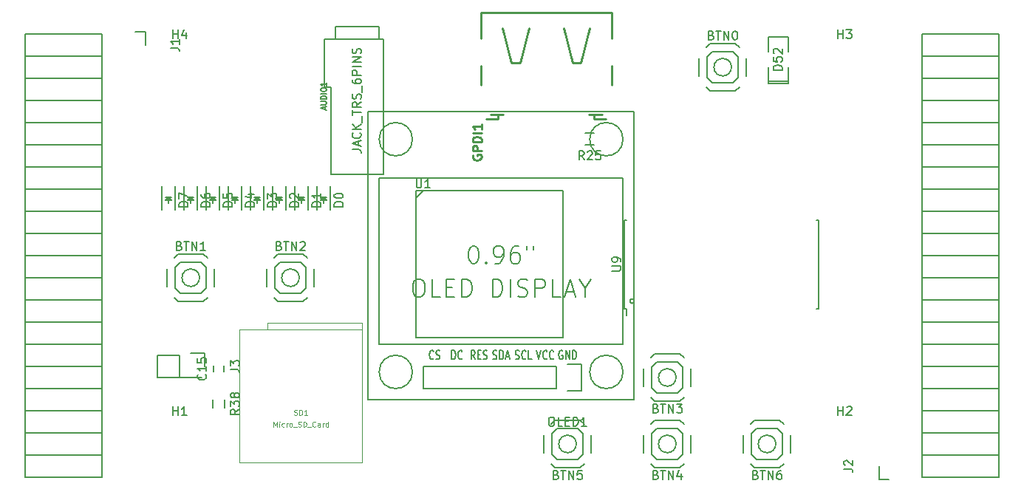
<source format=gto>
G04 #@! TF.FileFunction,Legend,Top*
%FSLAX46Y46*%
G04 Gerber Fmt 4.6, Leading zero omitted, Abs format (unit mm)*
G04 Created by KiCad (PCBNEW 4.0.5+dfsg1-4) date Fri May  5 13:46:42 2017*
%MOMM*%
%LPD*%
G01*
G04 APERTURE LIST*
%ADD10C,0.100000*%
%ADD11C,0.150000*%
%ADD12C,0.010160*%
%ADD13C,0.152400*%
%ADD14C,0.254000*%
%ADD15C,0.124460*%
G04 APERTURE END LIST*
D10*
D11*
X130080000Y-96200000D02*
X146880000Y-96200000D01*
X146880000Y-96200000D02*
X146880000Y-79400000D01*
X146880000Y-79400000D02*
X130080000Y-79400000D01*
X130080000Y-79400000D02*
X130080000Y-96200000D01*
X130880000Y-79400000D02*
X130080000Y-80200000D01*
X170427000Y-66881000D02*
X170427000Y-67135000D01*
X170427000Y-67135000D02*
X172713000Y-67135000D01*
X172713000Y-67135000D02*
X172713000Y-66881000D01*
X170427000Y-66881000D02*
X172713000Y-66881000D01*
X172713000Y-66881000D02*
X172713000Y-65230000D01*
X170427000Y-63452000D02*
X170427000Y-61801000D01*
X170427000Y-61801000D02*
X172713000Y-61801000D01*
X172713000Y-61801000D02*
X172713000Y-63452000D01*
X170427000Y-65230000D02*
X170427000Y-66881000D01*
D12*
X113070000Y-95320000D02*
X113070000Y-94520000D01*
X113070000Y-94520000D02*
X123870000Y-94520000D01*
X123870000Y-94520000D02*
X123870000Y-95320000D01*
X109870000Y-110520000D02*
X109870000Y-95320000D01*
X109870000Y-95320000D02*
X123870000Y-95320000D01*
X123870000Y-95320000D02*
X123870000Y-110520000D01*
X123870000Y-110520000D02*
X109870000Y-110520000D01*
D11*
X105260000Y-89360000D02*
G75*
G03X105260000Y-89360000I-1000000J0D01*
G01*
X103060000Y-87560000D02*
X105460000Y-87560000D01*
X102460000Y-88160000D02*
X103060000Y-87560000D01*
X102460000Y-90560000D02*
X102460000Y-88160000D01*
X103060000Y-91160000D02*
X102460000Y-90560000D01*
X105460000Y-91160000D02*
X103060000Y-91160000D01*
X106060000Y-90560000D02*
X105460000Y-91160000D01*
X106060000Y-88160000D02*
X106060000Y-90560000D01*
X105460000Y-87560000D02*
X106060000Y-88160000D01*
X102810000Y-86660000D02*
X105710000Y-86660000D01*
X102360000Y-87110000D02*
X102810000Y-86660000D01*
X101560000Y-90360000D02*
X101560000Y-88360000D01*
X102810000Y-92060000D02*
X102360000Y-91610000D01*
X105710000Y-92060000D02*
X102810000Y-92060000D01*
X106160000Y-91610000D02*
X105710000Y-92060000D01*
X106960000Y-88360000D02*
X106960000Y-90360000D01*
X105710000Y-86660000D02*
X106160000Y-87110000D01*
X116690000Y-89360000D02*
G75*
G03X116690000Y-89360000I-1000000J0D01*
G01*
X114490000Y-87560000D02*
X116890000Y-87560000D01*
X113890000Y-88160000D02*
X114490000Y-87560000D01*
X113890000Y-90560000D02*
X113890000Y-88160000D01*
X114490000Y-91160000D02*
X113890000Y-90560000D01*
X116890000Y-91160000D02*
X114490000Y-91160000D01*
X117490000Y-90560000D02*
X116890000Y-91160000D01*
X117490000Y-88160000D02*
X117490000Y-90560000D01*
X116890000Y-87560000D02*
X117490000Y-88160000D01*
X114240000Y-86660000D02*
X117140000Y-86660000D01*
X113790000Y-87110000D02*
X114240000Y-86660000D01*
X112990000Y-90360000D02*
X112990000Y-88360000D01*
X114240000Y-92060000D02*
X113790000Y-91610000D01*
X117140000Y-92060000D02*
X114240000Y-92060000D01*
X117590000Y-91610000D02*
X117140000Y-92060000D01*
X118390000Y-88360000D02*
X118390000Y-90360000D01*
X117140000Y-86660000D02*
X117590000Y-87110000D01*
X159870000Y-100790000D02*
G75*
G03X159870000Y-100790000I-1000000J0D01*
G01*
X160070000Y-102590000D02*
X157670000Y-102590000D01*
X160670000Y-101990000D02*
X160070000Y-102590000D01*
X160670000Y-99590000D02*
X160670000Y-101990000D01*
X160070000Y-98990000D02*
X160670000Y-99590000D01*
X157670000Y-98990000D02*
X160070000Y-98990000D01*
X157070000Y-99590000D02*
X157670000Y-98990000D01*
X157070000Y-101990000D02*
X157070000Y-99590000D01*
X157670000Y-102590000D02*
X157070000Y-101990000D01*
X160320000Y-103490000D02*
X157420000Y-103490000D01*
X160770000Y-103040000D02*
X160320000Y-103490000D01*
X161570000Y-99790000D02*
X161570000Y-101790000D01*
X160320000Y-98090000D02*
X160770000Y-98540000D01*
X157420000Y-98090000D02*
X160320000Y-98090000D01*
X156970000Y-98540000D02*
X157420000Y-98090000D01*
X156170000Y-101790000D02*
X156170000Y-99790000D01*
X157420000Y-103490000D02*
X156970000Y-103040000D01*
X159870000Y-108410000D02*
G75*
G03X159870000Y-108410000I-1000000J0D01*
G01*
X160070000Y-110210000D02*
X157670000Y-110210000D01*
X160670000Y-109610000D02*
X160070000Y-110210000D01*
X160670000Y-107210000D02*
X160670000Y-109610000D01*
X160070000Y-106610000D02*
X160670000Y-107210000D01*
X157670000Y-106610000D02*
X160070000Y-106610000D01*
X157070000Y-107210000D02*
X157670000Y-106610000D01*
X157070000Y-109610000D02*
X157070000Y-107210000D01*
X157670000Y-110210000D02*
X157070000Y-109610000D01*
X160320000Y-111110000D02*
X157420000Y-111110000D01*
X160770000Y-110660000D02*
X160320000Y-111110000D01*
X161570000Y-107410000D02*
X161570000Y-109410000D01*
X160320000Y-105710000D02*
X160770000Y-106160000D01*
X157420000Y-105710000D02*
X160320000Y-105710000D01*
X156970000Y-106160000D02*
X157420000Y-105710000D01*
X156170000Y-109410000D02*
X156170000Y-107410000D01*
X157420000Y-111110000D02*
X156970000Y-110660000D01*
X148440000Y-108410000D02*
G75*
G03X148440000Y-108410000I-1000000J0D01*
G01*
X148640000Y-110210000D02*
X146240000Y-110210000D01*
X149240000Y-109610000D02*
X148640000Y-110210000D01*
X149240000Y-107210000D02*
X149240000Y-109610000D01*
X148640000Y-106610000D02*
X149240000Y-107210000D01*
X146240000Y-106610000D02*
X148640000Y-106610000D01*
X145640000Y-107210000D02*
X146240000Y-106610000D01*
X145640000Y-109610000D02*
X145640000Y-107210000D01*
X146240000Y-110210000D02*
X145640000Y-109610000D01*
X148890000Y-111110000D02*
X145990000Y-111110000D01*
X149340000Y-110660000D02*
X148890000Y-111110000D01*
X150140000Y-107410000D02*
X150140000Y-109410000D01*
X148890000Y-105710000D02*
X149340000Y-106160000D01*
X145990000Y-105710000D02*
X148890000Y-105710000D01*
X145540000Y-106160000D02*
X145990000Y-105710000D01*
X144740000Y-109410000D02*
X144740000Y-107410000D01*
X145990000Y-111110000D02*
X145540000Y-110660000D01*
X171300000Y-108410000D02*
G75*
G03X171300000Y-108410000I-1000000J0D01*
G01*
X171500000Y-110210000D02*
X169100000Y-110210000D01*
X172100000Y-109610000D02*
X171500000Y-110210000D01*
X172100000Y-107210000D02*
X172100000Y-109610000D01*
X171500000Y-106610000D02*
X172100000Y-107210000D01*
X169100000Y-106610000D02*
X171500000Y-106610000D01*
X168500000Y-107210000D02*
X169100000Y-106610000D01*
X168500000Y-109610000D02*
X168500000Y-107210000D01*
X169100000Y-110210000D02*
X168500000Y-109610000D01*
X171750000Y-111110000D02*
X168850000Y-111110000D01*
X172200000Y-110660000D02*
X171750000Y-111110000D01*
X173000000Y-107410000D02*
X173000000Y-109410000D01*
X171750000Y-105710000D02*
X172200000Y-106160000D01*
X168850000Y-105710000D02*
X171750000Y-105710000D01*
X168400000Y-106160000D02*
X168850000Y-105710000D01*
X167600000Y-109410000D02*
X167600000Y-107410000D01*
X168850000Y-111110000D02*
X168400000Y-110660000D01*
X118750000Y-78870000D02*
X118750000Y-81570000D01*
X120250000Y-78870000D02*
X120250000Y-81570000D01*
X119350000Y-80370000D02*
X119600000Y-80370000D01*
X119600000Y-80370000D02*
X119450000Y-80220000D01*
X119850000Y-80120000D02*
X119150000Y-80120000D01*
X119500000Y-80470000D02*
X119500000Y-80820000D01*
X119500000Y-80120000D02*
X119850000Y-80470000D01*
X119850000Y-80470000D02*
X119150000Y-80470000D01*
X119150000Y-80470000D02*
X119500000Y-80120000D01*
X116210000Y-78870000D02*
X116210000Y-81570000D01*
X117710000Y-78870000D02*
X117710000Y-81570000D01*
X116810000Y-80370000D02*
X117060000Y-80370000D01*
X117060000Y-80370000D02*
X116910000Y-80220000D01*
X117310000Y-80120000D02*
X116610000Y-80120000D01*
X116960000Y-80470000D02*
X116960000Y-80820000D01*
X116960000Y-80120000D02*
X117310000Y-80470000D01*
X117310000Y-80470000D02*
X116610000Y-80470000D01*
X116610000Y-80470000D02*
X116960000Y-80120000D01*
X113670000Y-78870000D02*
X113670000Y-81570000D01*
X115170000Y-78870000D02*
X115170000Y-81570000D01*
X114270000Y-80370000D02*
X114520000Y-80370000D01*
X114520000Y-80370000D02*
X114370000Y-80220000D01*
X114770000Y-80120000D02*
X114070000Y-80120000D01*
X114420000Y-80470000D02*
X114420000Y-80820000D01*
X114420000Y-80120000D02*
X114770000Y-80470000D01*
X114770000Y-80470000D02*
X114070000Y-80470000D01*
X114070000Y-80470000D02*
X114420000Y-80120000D01*
X111130000Y-78870000D02*
X111130000Y-81570000D01*
X112630000Y-78870000D02*
X112630000Y-81570000D01*
X111730000Y-80370000D02*
X111980000Y-80370000D01*
X111980000Y-80370000D02*
X111830000Y-80220000D01*
X112230000Y-80120000D02*
X111530000Y-80120000D01*
X111880000Y-80470000D02*
X111880000Y-80820000D01*
X111880000Y-80120000D02*
X112230000Y-80470000D01*
X112230000Y-80470000D02*
X111530000Y-80470000D01*
X111530000Y-80470000D02*
X111880000Y-80120000D01*
X108590000Y-78870000D02*
X108590000Y-81570000D01*
X110090000Y-78870000D02*
X110090000Y-81570000D01*
X109190000Y-80370000D02*
X109440000Y-80370000D01*
X109440000Y-80370000D02*
X109290000Y-80220000D01*
X109690000Y-80120000D02*
X108990000Y-80120000D01*
X109340000Y-80470000D02*
X109340000Y-80820000D01*
X109340000Y-80120000D02*
X109690000Y-80470000D01*
X109690000Y-80470000D02*
X108990000Y-80470000D01*
X108990000Y-80470000D02*
X109340000Y-80120000D01*
X106050000Y-78870000D02*
X106050000Y-81570000D01*
X107550000Y-78870000D02*
X107550000Y-81570000D01*
X106650000Y-80370000D02*
X106900000Y-80370000D01*
X106900000Y-80370000D02*
X106750000Y-80220000D01*
X107150000Y-80120000D02*
X106450000Y-80120000D01*
X106800000Y-80470000D02*
X106800000Y-80820000D01*
X106800000Y-80120000D02*
X107150000Y-80470000D01*
X107150000Y-80470000D02*
X106450000Y-80470000D01*
X106450000Y-80470000D02*
X106800000Y-80120000D01*
X103510000Y-78870000D02*
X103510000Y-81570000D01*
X105010000Y-78870000D02*
X105010000Y-81570000D01*
X104110000Y-80370000D02*
X104360000Y-80370000D01*
X104360000Y-80370000D02*
X104210000Y-80220000D01*
X104610000Y-80120000D02*
X103910000Y-80120000D01*
X104260000Y-80470000D02*
X104260000Y-80820000D01*
X104260000Y-80120000D02*
X104610000Y-80470000D01*
X104610000Y-80470000D02*
X103910000Y-80470000D01*
X103910000Y-80470000D02*
X104260000Y-80120000D01*
X100970000Y-78870000D02*
X100970000Y-81570000D01*
X102470000Y-78870000D02*
X102470000Y-81570000D01*
X101570000Y-80370000D02*
X101820000Y-80370000D01*
X101820000Y-80370000D02*
X101670000Y-80220000D01*
X102070000Y-80120000D02*
X101370000Y-80120000D01*
X101720000Y-80470000D02*
X101720000Y-80820000D01*
X101720000Y-80120000D02*
X102070000Y-80470000D01*
X102070000Y-80470000D02*
X101370000Y-80470000D01*
X101370000Y-80470000D02*
X101720000Y-80120000D01*
D13*
X120310000Y-77540000D02*
X120310000Y-67540000D01*
X120310000Y-67540000D02*
X119610000Y-67540000D01*
X119610000Y-67540000D02*
X119610000Y-62040000D01*
X126310000Y-77540000D02*
X120310000Y-77540000D01*
X126310000Y-62040000D02*
X126310000Y-77540000D01*
X126310000Y-62040000D02*
X119610000Y-62040000D01*
X125810000Y-62040000D02*
X125810000Y-60540000D01*
X125810000Y-60540000D02*
X120810000Y-60540000D01*
X120810000Y-60540000D02*
X120810000Y-62040000D01*
D11*
X176180000Y-92880000D02*
X175980000Y-92880000D01*
X176180000Y-82720000D02*
X175980000Y-82720000D01*
X155080000Y-92050000D02*
G75*
G03X155080000Y-92050000I-250000J0D01*
G01*
X154180000Y-92880000D02*
X154180000Y-93700000D01*
X153980000Y-92880000D02*
X154180000Y-92880000D01*
X153980000Y-82720000D02*
X154180000Y-82720000D01*
X176190000Y-82720000D02*
X176190000Y-92880000D01*
X153970000Y-92880000D02*
X153970000Y-82720000D01*
D14*
X151378260Y-70648160D02*
X150479100Y-70648160D01*
X150479100Y-70648160D02*
X149879660Y-70648160D01*
X140080340Y-70648160D02*
X139480900Y-70648160D01*
X139480900Y-70648160D02*
X138581740Y-70648160D01*
X137481920Y-67249640D02*
X137481920Y-65098260D01*
X137481920Y-61900400D02*
X137481920Y-58992100D01*
X137481920Y-58992100D02*
X152478080Y-58992100D01*
X152478080Y-58992100D02*
X152478080Y-61900400D01*
X152478080Y-65098260D02*
X152478080Y-67249640D01*
X138106760Y-71148540D02*
X139480900Y-71148540D01*
X139480900Y-71148540D02*
X139480900Y-70648160D01*
X150479100Y-70648160D02*
X150479100Y-71148540D01*
X150479100Y-71148540D02*
X151865940Y-71148540D01*
X142981020Y-60732000D02*
X141980260Y-64732500D01*
X141980260Y-64732500D02*
X140982040Y-64732500D01*
X140982040Y-64732500D02*
X139981280Y-60732000D01*
X146978980Y-60732000D02*
X147979740Y-64732500D01*
X147979740Y-64732500D02*
X148977960Y-64732500D01*
X148977960Y-64732500D02*
X149978720Y-60732000D01*
D11*
X85270000Y-112220000D02*
X94100000Y-112220000D01*
X85270000Y-109680000D02*
X85270000Y-112220000D01*
X94100000Y-109680000D02*
X94100000Y-112220000D01*
X94100000Y-112220000D02*
X85270000Y-112220000D01*
X94100000Y-109680000D02*
X85270000Y-109680000D01*
X94100000Y-107140000D02*
X94100000Y-109680000D01*
X85270000Y-107140000D02*
X85270000Y-109680000D01*
X85270000Y-109680000D02*
X94100000Y-109680000D01*
X85270000Y-91900000D02*
X94100000Y-91900000D01*
X85270000Y-89360000D02*
X85270000Y-91900000D01*
X94100000Y-89360000D02*
X94100000Y-91900000D01*
X94100000Y-91900000D02*
X85270000Y-91900000D01*
X94100000Y-94440000D02*
X85270000Y-94440000D01*
X94100000Y-91900000D02*
X94100000Y-94440000D01*
X85270000Y-91900000D02*
X85270000Y-94440000D01*
X85270000Y-94440000D02*
X94100000Y-94440000D01*
X85270000Y-107140000D02*
X94100000Y-107140000D01*
X85270000Y-104600000D02*
X85270000Y-107140000D01*
X94100000Y-104600000D02*
X94100000Y-107140000D01*
X94100000Y-107140000D02*
X85270000Y-107140000D01*
X94100000Y-104600000D02*
X85270000Y-104600000D01*
X94100000Y-102060000D02*
X94100000Y-104600000D01*
X85270000Y-102060000D02*
X85270000Y-104600000D01*
X85270000Y-104600000D02*
X94100000Y-104600000D01*
X85270000Y-102060000D02*
X94100000Y-102060000D01*
X85270000Y-99520000D02*
X85270000Y-102060000D01*
X94100000Y-99520000D02*
X94100000Y-102060000D01*
X94100000Y-102060000D02*
X85270000Y-102060000D01*
X94100000Y-99520000D02*
X85270000Y-99520000D01*
X94100000Y-96980000D02*
X94100000Y-99520000D01*
X85270000Y-96980000D02*
X85270000Y-99520000D01*
X85270000Y-99520000D02*
X94100000Y-99520000D01*
X85270000Y-96980000D02*
X94100000Y-96980000D01*
X85270000Y-94440000D02*
X85270000Y-96980000D01*
X94100000Y-94440000D02*
X94100000Y-96980000D01*
X94100000Y-96980000D02*
X85270000Y-96980000D01*
X94100000Y-79200000D02*
X85270000Y-79200000D01*
X94100000Y-76660000D02*
X94100000Y-79200000D01*
X85270000Y-76660000D02*
X85270000Y-79200000D01*
X85270000Y-79200000D02*
X94100000Y-79200000D01*
X85270000Y-81740000D02*
X94100000Y-81740000D01*
X85270000Y-79200000D02*
X85270000Y-81740000D01*
X94100000Y-79200000D02*
X94100000Y-81740000D01*
X94100000Y-81740000D02*
X85270000Y-81740000D01*
X94100000Y-84280000D02*
X85270000Y-84280000D01*
X94100000Y-81740000D02*
X94100000Y-84280000D01*
X85270000Y-81740000D02*
X85270000Y-84280000D01*
X85270000Y-84280000D02*
X94100000Y-84280000D01*
X85270000Y-86820000D02*
X94100000Y-86820000D01*
X85270000Y-84280000D02*
X85270000Y-86820000D01*
X94100000Y-84280000D02*
X94100000Y-86820000D01*
X94100000Y-86820000D02*
X85270000Y-86820000D01*
X94100000Y-89360000D02*
X85270000Y-89360000D01*
X94100000Y-86820000D02*
X94100000Y-89360000D01*
X85270000Y-86820000D02*
X85270000Y-89360000D01*
X85270000Y-89360000D02*
X94100000Y-89360000D01*
X85270000Y-76660000D02*
X94100000Y-76660000D01*
X85270000Y-74120000D02*
X85270000Y-76660000D01*
X94100000Y-74120000D02*
X94100000Y-76660000D01*
X94100000Y-76660000D02*
X85270000Y-76660000D01*
X94100000Y-74120000D02*
X85270000Y-74120000D01*
X94100000Y-71580000D02*
X94100000Y-74120000D01*
X85270000Y-71580000D02*
X85270000Y-74120000D01*
X85270000Y-74120000D02*
X94100000Y-74120000D01*
X85270000Y-71580000D02*
X94100000Y-71580000D01*
X85270000Y-69040000D02*
X85270000Y-71580000D01*
X94100000Y-69040000D02*
X94100000Y-71580000D01*
X94100000Y-71580000D02*
X85270000Y-71580000D01*
X94100000Y-69040000D02*
X85270000Y-69040000D01*
X94100000Y-66500000D02*
X94100000Y-69040000D01*
X85270000Y-66500000D02*
X85270000Y-69040000D01*
X85270000Y-69040000D02*
X94100000Y-69040000D01*
X85270000Y-66500000D02*
X94100000Y-66500000D01*
X85270000Y-63960000D02*
X85270000Y-66500000D01*
X94100000Y-63960000D02*
X94100000Y-66500000D01*
X94100000Y-66500000D02*
X85270000Y-66500000D01*
X94100000Y-63960000D02*
X85270000Y-63960000D01*
X94100000Y-61420000D02*
X94100000Y-63960000D01*
X99060000Y-62690000D02*
X99060000Y-61140000D01*
X99060000Y-61140000D02*
X97910000Y-61140000D01*
X94100000Y-61420000D02*
X85270000Y-61420000D01*
X85270000Y-61420000D02*
X85270000Y-63960000D01*
X85270000Y-63960000D02*
X94100000Y-63960000D01*
X196910000Y-61420000D02*
X188080000Y-61420000D01*
X196910000Y-63960000D02*
X196910000Y-61420000D01*
X188080000Y-63960000D02*
X188080000Y-61420000D01*
X188080000Y-61420000D02*
X196910000Y-61420000D01*
X188080000Y-63960000D02*
X196910000Y-63960000D01*
X188080000Y-66500000D02*
X188080000Y-63960000D01*
X196910000Y-66500000D02*
X196910000Y-63960000D01*
X196910000Y-63960000D02*
X188080000Y-63960000D01*
X196910000Y-81740000D02*
X188080000Y-81740000D01*
X196910000Y-84280000D02*
X196910000Y-81740000D01*
X188080000Y-84280000D02*
X188080000Y-81740000D01*
X188080000Y-81740000D02*
X196910000Y-81740000D01*
X188080000Y-79200000D02*
X196910000Y-79200000D01*
X188080000Y-81740000D02*
X188080000Y-79200000D01*
X196910000Y-81740000D02*
X196910000Y-79200000D01*
X196910000Y-79200000D02*
X188080000Y-79200000D01*
X196910000Y-66500000D02*
X188080000Y-66500000D01*
X196910000Y-69040000D02*
X196910000Y-66500000D01*
X188080000Y-69040000D02*
X188080000Y-66500000D01*
X188080000Y-66500000D02*
X196910000Y-66500000D01*
X188080000Y-69040000D02*
X196910000Y-69040000D01*
X188080000Y-71580000D02*
X188080000Y-69040000D01*
X196910000Y-71580000D02*
X196910000Y-69040000D01*
X196910000Y-69040000D02*
X188080000Y-69040000D01*
X196910000Y-71580000D02*
X188080000Y-71580000D01*
X196910000Y-74120000D02*
X196910000Y-71580000D01*
X188080000Y-74120000D02*
X188080000Y-71580000D01*
X188080000Y-71580000D02*
X196910000Y-71580000D01*
X188080000Y-74120000D02*
X196910000Y-74120000D01*
X188080000Y-76660000D02*
X188080000Y-74120000D01*
X196910000Y-76660000D02*
X196910000Y-74120000D01*
X196910000Y-74120000D02*
X188080000Y-74120000D01*
X196910000Y-76660000D02*
X188080000Y-76660000D01*
X196910000Y-79200000D02*
X196910000Y-76660000D01*
X188080000Y-79200000D02*
X188080000Y-76660000D01*
X188080000Y-76660000D02*
X196910000Y-76660000D01*
X188080000Y-94440000D02*
X196910000Y-94440000D01*
X188080000Y-96980000D02*
X188080000Y-94440000D01*
X196910000Y-96980000D02*
X196910000Y-94440000D01*
X196910000Y-94440000D02*
X188080000Y-94440000D01*
X196910000Y-91900000D02*
X188080000Y-91900000D01*
X196910000Y-94440000D02*
X196910000Y-91900000D01*
X188080000Y-94440000D02*
X188080000Y-91900000D01*
X188080000Y-91900000D02*
X196910000Y-91900000D01*
X188080000Y-89360000D02*
X196910000Y-89360000D01*
X188080000Y-91900000D02*
X188080000Y-89360000D01*
X196910000Y-91900000D02*
X196910000Y-89360000D01*
X196910000Y-89360000D02*
X188080000Y-89360000D01*
X196910000Y-86820000D02*
X188080000Y-86820000D01*
X196910000Y-89360000D02*
X196910000Y-86820000D01*
X188080000Y-89360000D02*
X188080000Y-86820000D01*
X188080000Y-86820000D02*
X196910000Y-86820000D01*
X188080000Y-84280000D02*
X196910000Y-84280000D01*
X188080000Y-86820000D02*
X188080000Y-84280000D01*
X196910000Y-86820000D02*
X196910000Y-84280000D01*
X196910000Y-84280000D02*
X188080000Y-84280000D01*
X196910000Y-96980000D02*
X188080000Y-96980000D01*
X196910000Y-99520000D02*
X196910000Y-96980000D01*
X188080000Y-99520000D02*
X188080000Y-96980000D01*
X188080000Y-96980000D02*
X196910000Y-96980000D01*
X188080000Y-99520000D02*
X196910000Y-99520000D01*
X188080000Y-102060000D02*
X188080000Y-99520000D01*
X196910000Y-102060000D02*
X196910000Y-99520000D01*
X196910000Y-99520000D02*
X188080000Y-99520000D01*
X196910000Y-102060000D02*
X188080000Y-102060000D01*
X196910000Y-104600000D02*
X196910000Y-102060000D01*
X188080000Y-104600000D02*
X188080000Y-102060000D01*
X188080000Y-102060000D02*
X196910000Y-102060000D01*
X188080000Y-104600000D02*
X196910000Y-104600000D01*
X188080000Y-107140000D02*
X188080000Y-104600000D01*
X196910000Y-107140000D02*
X196910000Y-104600000D01*
X196910000Y-104600000D02*
X188080000Y-104600000D01*
X196910000Y-107140000D02*
X188080000Y-107140000D01*
X196910000Y-109680000D02*
X196910000Y-107140000D01*
X188080000Y-109680000D02*
X188080000Y-107140000D01*
X188080000Y-107140000D02*
X196910000Y-107140000D01*
X188080000Y-109680000D02*
X196910000Y-109680000D01*
X188080000Y-112220000D02*
X188080000Y-109680000D01*
X183120000Y-110950000D02*
X183120000Y-112500000D01*
X183120000Y-112500000D02*
X184270000Y-112500000D01*
X188080000Y-112220000D02*
X196910000Y-112220000D01*
X196910000Y-112220000D02*
X196910000Y-109680000D01*
X196910000Y-109680000D02*
X188080000Y-109680000D01*
X166220000Y-65230000D02*
G75*
G03X166220000Y-65230000I-1000000J0D01*
G01*
X164020000Y-63430000D02*
X166420000Y-63430000D01*
X163420000Y-64030000D02*
X164020000Y-63430000D01*
X163420000Y-66430000D02*
X163420000Y-64030000D01*
X164020000Y-67030000D02*
X163420000Y-66430000D01*
X166420000Y-67030000D02*
X164020000Y-67030000D01*
X167020000Y-66430000D02*
X166420000Y-67030000D01*
X167020000Y-64030000D02*
X167020000Y-66430000D01*
X166420000Y-63430000D02*
X167020000Y-64030000D01*
X163770000Y-62530000D02*
X166670000Y-62530000D01*
X163320000Y-62980000D02*
X163770000Y-62530000D01*
X162520000Y-66230000D02*
X162520000Y-64230000D01*
X163770000Y-67930000D02*
X163320000Y-67480000D01*
X166670000Y-67930000D02*
X163770000Y-67930000D01*
X167120000Y-67480000D02*
X166670000Y-67930000D01*
X167920000Y-64230000D02*
X167920000Y-66230000D01*
X166670000Y-62530000D02*
X167120000Y-62980000D01*
X149480000Y-72810000D02*
X150480000Y-72810000D01*
X150480000Y-74160000D02*
X149480000Y-74160000D01*
X105810000Y-99520000D02*
X105810000Y-97970000D01*
X102990000Y-100790000D02*
X105530000Y-100790000D01*
X105810000Y-97970000D02*
X104260000Y-97970000D01*
X100450000Y-100790000D02*
X102990000Y-100790000D01*
X102990000Y-100790000D02*
X102990000Y-98250000D01*
X102990000Y-98250000D02*
X100450000Y-98250000D01*
X100450000Y-98250000D02*
X100450000Y-100790000D01*
X153790000Y-73485000D02*
G75*
G03X153790000Y-73485000I-1905000J0D01*
G01*
X129660000Y-73485000D02*
G75*
G03X129660000Y-73485000I-1905000J0D01*
G01*
X129660000Y-100155000D02*
G75*
G03X129660000Y-100155000I-1905000J0D01*
G01*
X153790000Y-100155000D02*
G75*
G03X153790000Y-100155000I-1905000J0D01*
G01*
X153790000Y-77930000D02*
X153790000Y-96980000D01*
X125850000Y-77930000D02*
X153790000Y-77930000D01*
X125850000Y-96980000D02*
X125850000Y-77930000D01*
X153790000Y-96980000D02*
X125850000Y-96980000D01*
X155060000Y-70310000D02*
X155060000Y-103330000D01*
X124580000Y-70310000D02*
X155060000Y-70310000D01*
X124580000Y-103330000D02*
X124580000Y-70310000D01*
X155060000Y-103330000D02*
X124580000Y-103330000D01*
X146170000Y-99520000D02*
X130930000Y-99520000D01*
X130930000Y-99520000D02*
X130930000Y-102060000D01*
X130930000Y-102060000D02*
X146170000Y-102060000D01*
X148990000Y-99240000D02*
X147440000Y-99240000D01*
X146170000Y-99520000D02*
X146170000Y-102060000D01*
X147440000Y-102340000D02*
X148990000Y-102340000D01*
X148990000Y-102340000D02*
X148990000Y-99240000D01*
X106880000Y-100150000D02*
X106880000Y-99450000D01*
X108080000Y-99450000D02*
X108080000Y-100150000D01*
X106805000Y-104300000D02*
X106805000Y-103300000D01*
X108155000Y-103300000D02*
X108155000Y-104300000D01*
X130118095Y-78052381D02*
X130118095Y-78861905D01*
X130165714Y-78957143D01*
X130213333Y-79004762D01*
X130308571Y-79052381D01*
X130499048Y-79052381D01*
X130594286Y-79004762D01*
X130641905Y-78957143D01*
X130689524Y-78861905D01*
X130689524Y-78052381D01*
X131689524Y-79052381D02*
X131118095Y-79052381D01*
X131403809Y-79052381D02*
X131403809Y-78052381D01*
X131308571Y-78195238D01*
X131213333Y-78290476D01*
X131118095Y-78338095D01*
X172022381Y-65555286D02*
X171022381Y-65555286D01*
X171022381Y-65317191D01*
X171070000Y-65174333D01*
X171165238Y-65079095D01*
X171260476Y-65031476D01*
X171450952Y-64983857D01*
X171593810Y-64983857D01*
X171784286Y-65031476D01*
X171879524Y-65079095D01*
X171974762Y-65174333D01*
X172022381Y-65317191D01*
X172022381Y-65555286D01*
X171022381Y-64079095D02*
X171022381Y-64555286D01*
X171498571Y-64602905D01*
X171450952Y-64555286D01*
X171403333Y-64460048D01*
X171403333Y-64221952D01*
X171450952Y-64126714D01*
X171498571Y-64079095D01*
X171593810Y-64031476D01*
X171831905Y-64031476D01*
X171927143Y-64079095D01*
X171974762Y-64126714D01*
X172022381Y-64221952D01*
X172022381Y-64460048D01*
X171974762Y-64555286D01*
X171927143Y-64602905D01*
X171117619Y-63650524D02*
X171070000Y-63602905D01*
X171022381Y-63507667D01*
X171022381Y-63269571D01*
X171070000Y-63174333D01*
X171117619Y-63126714D01*
X171212857Y-63079095D01*
X171308095Y-63079095D01*
X171450952Y-63126714D01*
X172022381Y-63698143D01*
X172022381Y-63079095D01*
D15*
X116113564Y-105062630D02*
X116199198Y-105091175D01*
X116341922Y-105091175D01*
X116399012Y-105062630D01*
X116427556Y-105034086D01*
X116456101Y-104976996D01*
X116456101Y-104919907D01*
X116427556Y-104862817D01*
X116399012Y-104834272D01*
X116341922Y-104805728D01*
X116227743Y-104777183D01*
X116170654Y-104748638D01*
X116142109Y-104720093D01*
X116113564Y-104663004D01*
X116113564Y-104605914D01*
X116142109Y-104548825D01*
X116170654Y-104520280D01*
X116227743Y-104491735D01*
X116370467Y-104491735D01*
X116456101Y-104520280D01*
X116713004Y-105091175D02*
X116713004Y-104491735D01*
X116855728Y-104491735D01*
X116941362Y-104520280D01*
X116998451Y-104577370D01*
X117026996Y-104634459D01*
X117055541Y-104748638D01*
X117055541Y-104834272D01*
X117026996Y-104948451D01*
X116998451Y-105005541D01*
X116941362Y-105062630D01*
X116855728Y-105091175D01*
X116713004Y-105091175D01*
X117626436Y-105091175D02*
X117283899Y-105091175D01*
X117455168Y-105091175D02*
X117455168Y-104491735D01*
X117398078Y-104577370D01*
X117340989Y-104634459D01*
X117283899Y-104663004D01*
X113744350Y-106441175D02*
X113744350Y-105841735D01*
X113944163Y-106269907D01*
X114143976Y-105841735D01*
X114143976Y-106441175D01*
X114429424Y-106441175D02*
X114429424Y-106041549D01*
X114429424Y-105841735D02*
X114400879Y-105870280D01*
X114429424Y-105898825D01*
X114457969Y-105870280D01*
X114429424Y-105841735D01*
X114429424Y-105898825D01*
X114971775Y-106412630D02*
X114914685Y-106441175D01*
X114800506Y-106441175D01*
X114743417Y-106412630D01*
X114714872Y-106384086D01*
X114686327Y-106326996D01*
X114686327Y-106155728D01*
X114714872Y-106098638D01*
X114743417Y-106070093D01*
X114800506Y-106041549D01*
X114914685Y-106041549D01*
X114971775Y-106070093D01*
X115228678Y-106441175D02*
X115228678Y-106041549D01*
X115228678Y-106155728D02*
X115257223Y-106098638D01*
X115285767Y-106070093D01*
X115342857Y-106041549D01*
X115399946Y-106041549D01*
X115685394Y-106441175D02*
X115628305Y-106412630D01*
X115599760Y-106384086D01*
X115571215Y-106326996D01*
X115571215Y-106155728D01*
X115599760Y-106098638D01*
X115628305Y-106070093D01*
X115685394Y-106041549D01*
X115771028Y-106041549D01*
X115828118Y-106070093D01*
X115856663Y-106098638D01*
X115885207Y-106155728D01*
X115885207Y-106326996D01*
X115856663Y-106384086D01*
X115828118Y-106412630D01*
X115771028Y-106441175D01*
X115685394Y-106441175D01*
X115999386Y-106498265D02*
X116456102Y-106498265D01*
X116570281Y-106412630D02*
X116655915Y-106441175D01*
X116798639Y-106441175D01*
X116855729Y-106412630D01*
X116884273Y-106384086D01*
X116912818Y-106326996D01*
X116912818Y-106269907D01*
X116884273Y-106212817D01*
X116855729Y-106184272D01*
X116798639Y-106155728D01*
X116684460Y-106127183D01*
X116627371Y-106098638D01*
X116598826Y-106070093D01*
X116570281Y-106013004D01*
X116570281Y-105955914D01*
X116598826Y-105898825D01*
X116627371Y-105870280D01*
X116684460Y-105841735D01*
X116827184Y-105841735D01*
X116912818Y-105870280D01*
X117169721Y-106441175D02*
X117169721Y-105841735D01*
X117312445Y-105841735D01*
X117398079Y-105870280D01*
X117455168Y-105927370D01*
X117483713Y-105984459D01*
X117512258Y-106098638D01*
X117512258Y-106184272D01*
X117483713Y-106298451D01*
X117455168Y-106355541D01*
X117398079Y-106412630D01*
X117312445Y-106441175D01*
X117169721Y-106441175D01*
X117626437Y-106498265D02*
X118083153Y-106498265D01*
X118568414Y-106384086D02*
X118539869Y-106412630D01*
X118454235Y-106441175D01*
X118397145Y-106441175D01*
X118311511Y-106412630D01*
X118254422Y-106355541D01*
X118225877Y-106298451D01*
X118197332Y-106184272D01*
X118197332Y-106098638D01*
X118225877Y-105984459D01*
X118254422Y-105927370D01*
X118311511Y-105870280D01*
X118397145Y-105841735D01*
X118454235Y-105841735D01*
X118539869Y-105870280D01*
X118568414Y-105898825D01*
X119082220Y-106441175D02*
X119082220Y-106127183D01*
X119053675Y-106070093D01*
X118996585Y-106041549D01*
X118882406Y-106041549D01*
X118825317Y-106070093D01*
X119082220Y-106412630D02*
X119025130Y-106441175D01*
X118882406Y-106441175D01*
X118825317Y-106412630D01*
X118796772Y-106355541D01*
X118796772Y-106298451D01*
X118825317Y-106241362D01*
X118882406Y-106212817D01*
X119025130Y-106212817D01*
X119082220Y-106184272D01*
X119367667Y-106441175D02*
X119367667Y-106041549D01*
X119367667Y-106155728D02*
X119396212Y-106098638D01*
X119424756Y-106070093D01*
X119481846Y-106041549D01*
X119538935Y-106041549D01*
X119995652Y-106441175D02*
X119995652Y-105841735D01*
X119995652Y-106412630D02*
X119938562Y-106441175D01*
X119824383Y-106441175D01*
X119767294Y-106412630D01*
X119738749Y-106384086D01*
X119710204Y-106326996D01*
X119710204Y-106155728D01*
X119738749Y-106098638D01*
X119767294Y-106070093D01*
X119824383Y-106041549D01*
X119938562Y-106041549D01*
X119995652Y-106070093D01*
D11*
X102950477Y-85688571D02*
X103093334Y-85736190D01*
X103140953Y-85783810D01*
X103188572Y-85879048D01*
X103188572Y-86021905D01*
X103140953Y-86117143D01*
X103093334Y-86164762D01*
X102998096Y-86212381D01*
X102617143Y-86212381D01*
X102617143Y-85212381D01*
X102950477Y-85212381D01*
X103045715Y-85260000D01*
X103093334Y-85307619D01*
X103140953Y-85402857D01*
X103140953Y-85498095D01*
X103093334Y-85593333D01*
X103045715Y-85640952D01*
X102950477Y-85688571D01*
X102617143Y-85688571D01*
X103474286Y-85212381D02*
X104045715Y-85212381D01*
X103760000Y-86212381D02*
X103760000Y-85212381D01*
X104379048Y-86212381D02*
X104379048Y-85212381D01*
X104950477Y-86212381D01*
X104950477Y-85212381D01*
X105950477Y-86212381D02*
X105379048Y-86212381D01*
X105664762Y-86212381D02*
X105664762Y-85212381D01*
X105569524Y-85355238D01*
X105474286Y-85450476D01*
X105379048Y-85498095D01*
X114380477Y-85688571D02*
X114523334Y-85736190D01*
X114570953Y-85783810D01*
X114618572Y-85879048D01*
X114618572Y-86021905D01*
X114570953Y-86117143D01*
X114523334Y-86164762D01*
X114428096Y-86212381D01*
X114047143Y-86212381D01*
X114047143Y-85212381D01*
X114380477Y-85212381D01*
X114475715Y-85260000D01*
X114523334Y-85307619D01*
X114570953Y-85402857D01*
X114570953Y-85498095D01*
X114523334Y-85593333D01*
X114475715Y-85640952D01*
X114380477Y-85688571D01*
X114047143Y-85688571D01*
X114904286Y-85212381D02*
X115475715Y-85212381D01*
X115190000Y-86212381D02*
X115190000Y-85212381D01*
X115809048Y-86212381D02*
X115809048Y-85212381D01*
X116380477Y-86212381D01*
X116380477Y-85212381D01*
X116809048Y-85307619D02*
X116856667Y-85260000D01*
X116951905Y-85212381D01*
X117190001Y-85212381D01*
X117285239Y-85260000D01*
X117332858Y-85307619D01*
X117380477Y-85402857D01*
X117380477Y-85498095D01*
X117332858Y-85640952D01*
X116761429Y-86212381D01*
X117380477Y-86212381D01*
X157560477Y-104318571D02*
X157703334Y-104366190D01*
X157750953Y-104413810D01*
X157798572Y-104509048D01*
X157798572Y-104651905D01*
X157750953Y-104747143D01*
X157703334Y-104794762D01*
X157608096Y-104842381D01*
X157227143Y-104842381D01*
X157227143Y-103842381D01*
X157560477Y-103842381D01*
X157655715Y-103890000D01*
X157703334Y-103937619D01*
X157750953Y-104032857D01*
X157750953Y-104128095D01*
X157703334Y-104223333D01*
X157655715Y-104270952D01*
X157560477Y-104318571D01*
X157227143Y-104318571D01*
X158084286Y-103842381D02*
X158655715Y-103842381D01*
X158370000Y-104842381D02*
X158370000Y-103842381D01*
X158989048Y-104842381D02*
X158989048Y-103842381D01*
X159560477Y-104842381D01*
X159560477Y-103842381D01*
X159941429Y-103842381D02*
X160560477Y-103842381D01*
X160227143Y-104223333D01*
X160370001Y-104223333D01*
X160465239Y-104270952D01*
X160512858Y-104318571D01*
X160560477Y-104413810D01*
X160560477Y-104651905D01*
X160512858Y-104747143D01*
X160465239Y-104794762D01*
X160370001Y-104842381D01*
X160084286Y-104842381D01*
X159989048Y-104794762D01*
X159941429Y-104747143D01*
X157560477Y-111938571D02*
X157703334Y-111986190D01*
X157750953Y-112033810D01*
X157798572Y-112129048D01*
X157798572Y-112271905D01*
X157750953Y-112367143D01*
X157703334Y-112414762D01*
X157608096Y-112462381D01*
X157227143Y-112462381D01*
X157227143Y-111462381D01*
X157560477Y-111462381D01*
X157655715Y-111510000D01*
X157703334Y-111557619D01*
X157750953Y-111652857D01*
X157750953Y-111748095D01*
X157703334Y-111843333D01*
X157655715Y-111890952D01*
X157560477Y-111938571D01*
X157227143Y-111938571D01*
X158084286Y-111462381D02*
X158655715Y-111462381D01*
X158370000Y-112462381D02*
X158370000Y-111462381D01*
X158989048Y-112462381D02*
X158989048Y-111462381D01*
X159560477Y-112462381D01*
X159560477Y-111462381D01*
X160465239Y-111795714D02*
X160465239Y-112462381D01*
X160227143Y-111414762D02*
X159989048Y-112129048D01*
X160608096Y-112129048D01*
X146130477Y-111938571D02*
X146273334Y-111986190D01*
X146320953Y-112033810D01*
X146368572Y-112129048D01*
X146368572Y-112271905D01*
X146320953Y-112367143D01*
X146273334Y-112414762D01*
X146178096Y-112462381D01*
X145797143Y-112462381D01*
X145797143Y-111462381D01*
X146130477Y-111462381D01*
X146225715Y-111510000D01*
X146273334Y-111557619D01*
X146320953Y-111652857D01*
X146320953Y-111748095D01*
X146273334Y-111843333D01*
X146225715Y-111890952D01*
X146130477Y-111938571D01*
X145797143Y-111938571D01*
X146654286Y-111462381D02*
X147225715Y-111462381D01*
X146940000Y-112462381D02*
X146940000Y-111462381D01*
X147559048Y-112462381D02*
X147559048Y-111462381D01*
X148130477Y-112462381D01*
X148130477Y-111462381D01*
X149082858Y-111462381D02*
X148606667Y-111462381D01*
X148559048Y-111938571D01*
X148606667Y-111890952D01*
X148701905Y-111843333D01*
X148940001Y-111843333D01*
X149035239Y-111890952D01*
X149082858Y-111938571D01*
X149130477Y-112033810D01*
X149130477Y-112271905D01*
X149082858Y-112367143D01*
X149035239Y-112414762D01*
X148940001Y-112462381D01*
X148701905Y-112462381D01*
X148606667Y-112414762D01*
X148559048Y-112367143D01*
X168990477Y-111938571D02*
X169133334Y-111986190D01*
X169180953Y-112033810D01*
X169228572Y-112129048D01*
X169228572Y-112271905D01*
X169180953Y-112367143D01*
X169133334Y-112414762D01*
X169038096Y-112462381D01*
X168657143Y-112462381D01*
X168657143Y-111462381D01*
X168990477Y-111462381D01*
X169085715Y-111510000D01*
X169133334Y-111557619D01*
X169180953Y-111652857D01*
X169180953Y-111748095D01*
X169133334Y-111843333D01*
X169085715Y-111890952D01*
X168990477Y-111938571D01*
X168657143Y-111938571D01*
X169514286Y-111462381D02*
X170085715Y-111462381D01*
X169800000Y-112462381D02*
X169800000Y-111462381D01*
X170419048Y-112462381D02*
X170419048Y-111462381D01*
X170990477Y-112462381D01*
X170990477Y-111462381D01*
X171895239Y-111462381D02*
X171704762Y-111462381D01*
X171609524Y-111510000D01*
X171561905Y-111557619D01*
X171466667Y-111700476D01*
X171419048Y-111890952D01*
X171419048Y-112271905D01*
X171466667Y-112367143D01*
X171514286Y-112414762D01*
X171609524Y-112462381D01*
X171800001Y-112462381D01*
X171895239Y-112414762D01*
X171942858Y-112367143D01*
X171990477Y-112271905D01*
X171990477Y-112033810D01*
X171942858Y-111938571D01*
X171895239Y-111890952D01*
X171800001Y-111843333D01*
X171609524Y-111843333D01*
X171514286Y-111890952D01*
X171466667Y-111938571D01*
X171419048Y-112033810D01*
X121702381Y-81208095D02*
X120702381Y-81208095D01*
X120702381Y-80970000D01*
X120750000Y-80827142D01*
X120845238Y-80731904D01*
X120940476Y-80684285D01*
X121130952Y-80636666D01*
X121273810Y-80636666D01*
X121464286Y-80684285D01*
X121559524Y-80731904D01*
X121654762Y-80827142D01*
X121702381Y-80970000D01*
X121702381Y-81208095D01*
X120702381Y-80017619D02*
X120702381Y-79922380D01*
X120750000Y-79827142D01*
X120797619Y-79779523D01*
X120892857Y-79731904D01*
X121083333Y-79684285D01*
X121321429Y-79684285D01*
X121511905Y-79731904D01*
X121607143Y-79779523D01*
X121654762Y-79827142D01*
X121702381Y-79922380D01*
X121702381Y-80017619D01*
X121654762Y-80112857D01*
X121607143Y-80160476D01*
X121511905Y-80208095D01*
X121321429Y-80255714D01*
X121083333Y-80255714D01*
X120892857Y-80208095D01*
X120797619Y-80160476D01*
X120750000Y-80112857D01*
X120702381Y-80017619D01*
X119162381Y-81208095D02*
X118162381Y-81208095D01*
X118162381Y-80970000D01*
X118210000Y-80827142D01*
X118305238Y-80731904D01*
X118400476Y-80684285D01*
X118590952Y-80636666D01*
X118733810Y-80636666D01*
X118924286Y-80684285D01*
X119019524Y-80731904D01*
X119114762Y-80827142D01*
X119162381Y-80970000D01*
X119162381Y-81208095D01*
X119162381Y-79684285D02*
X119162381Y-80255714D01*
X119162381Y-79970000D02*
X118162381Y-79970000D01*
X118305238Y-80065238D01*
X118400476Y-80160476D01*
X118448095Y-80255714D01*
X116622381Y-81208095D02*
X115622381Y-81208095D01*
X115622381Y-80970000D01*
X115670000Y-80827142D01*
X115765238Y-80731904D01*
X115860476Y-80684285D01*
X116050952Y-80636666D01*
X116193810Y-80636666D01*
X116384286Y-80684285D01*
X116479524Y-80731904D01*
X116574762Y-80827142D01*
X116622381Y-80970000D01*
X116622381Y-81208095D01*
X115717619Y-80255714D02*
X115670000Y-80208095D01*
X115622381Y-80112857D01*
X115622381Y-79874761D01*
X115670000Y-79779523D01*
X115717619Y-79731904D01*
X115812857Y-79684285D01*
X115908095Y-79684285D01*
X116050952Y-79731904D01*
X116622381Y-80303333D01*
X116622381Y-79684285D01*
X114082381Y-81208095D02*
X113082381Y-81208095D01*
X113082381Y-80970000D01*
X113130000Y-80827142D01*
X113225238Y-80731904D01*
X113320476Y-80684285D01*
X113510952Y-80636666D01*
X113653810Y-80636666D01*
X113844286Y-80684285D01*
X113939524Y-80731904D01*
X114034762Y-80827142D01*
X114082381Y-80970000D01*
X114082381Y-81208095D01*
X113082381Y-80303333D02*
X113082381Y-79684285D01*
X113463333Y-80017619D01*
X113463333Y-79874761D01*
X113510952Y-79779523D01*
X113558571Y-79731904D01*
X113653810Y-79684285D01*
X113891905Y-79684285D01*
X113987143Y-79731904D01*
X114034762Y-79779523D01*
X114082381Y-79874761D01*
X114082381Y-80160476D01*
X114034762Y-80255714D01*
X113987143Y-80303333D01*
X111542381Y-81208095D02*
X110542381Y-81208095D01*
X110542381Y-80970000D01*
X110590000Y-80827142D01*
X110685238Y-80731904D01*
X110780476Y-80684285D01*
X110970952Y-80636666D01*
X111113810Y-80636666D01*
X111304286Y-80684285D01*
X111399524Y-80731904D01*
X111494762Y-80827142D01*
X111542381Y-80970000D01*
X111542381Y-81208095D01*
X110875714Y-79779523D02*
X111542381Y-79779523D01*
X110494762Y-80017619D02*
X111209048Y-80255714D01*
X111209048Y-79636666D01*
X109002381Y-81208095D02*
X108002381Y-81208095D01*
X108002381Y-80970000D01*
X108050000Y-80827142D01*
X108145238Y-80731904D01*
X108240476Y-80684285D01*
X108430952Y-80636666D01*
X108573810Y-80636666D01*
X108764286Y-80684285D01*
X108859524Y-80731904D01*
X108954762Y-80827142D01*
X109002381Y-80970000D01*
X109002381Y-81208095D01*
X108002381Y-79731904D02*
X108002381Y-80208095D01*
X108478571Y-80255714D01*
X108430952Y-80208095D01*
X108383333Y-80112857D01*
X108383333Y-79874761D01*
X108430952Y-79779523D01*
X108478571Y-79731904D01*
X108573810Y-79684285D01*
X108811905Y-79684285D01*
X108907143Y-79731904D01*
X108954762Y-79779523D01*
X109002381Y-79874761D01*
X109002381Y-80112857D01*
X108954762Y-80208095D01*
X108907143Y-80255714D01*
X106462381Y-81208095D02*
X105462381Y-81208095D01*
X105462381Y-80970000D01*
X105510000Y-80827142D01*
X105605238Y-80731904D01*
X105700476Y-80684285D01*
X105890952Y-80636666D01*
X106033810Y-80636666D01*
X106224286Y-80684285D01*
X106319524Y-80731904D01*
X106414762Y-80827142D01*
X106462381Y-80970000D01*
X106462381Y-81208095D01*
X105462381Y-79779523D02*
X105462381Y-79970000D01*
X105510000Y-80065238D01*
X105557619Y-80112857D01*
X105700476Y-80208095D01*
X105890952Y-80255714D01*
X106271905Y-80255714D01*
X106367143Y-80208095D01*
X106414762Y-80160476D01*
X106462381Y-80065238D01*
X106462381Y-79874761D01*
X106414762Y-79779523D01*
X106367143Y-79731904D01*
X106271905Y-79684285D01*
X106033810Y-79684285D01*
X105938571Y-79731904D01*
X105890952Y-79779523D01*
X105843333Y-79874761D01*
X105843333Y-80065238D01*
X105890952Y-80160476D01*
X105938571Y-80208095D01*
X106033810Y-80255714D01*
X103922381Y-81208095D02*
X102922381Y-81208095D01*
X102922381Y-80970000D01*
X102970000Y-80827142D01*
X103065238Y-80731904D01*
X103160476Y-80684285D01*
X103350952Y-80636666D01*
X103493810Y-80636666D01*
X103684286Y-80684285D01*
X103779524Y-80731904D01*
X103874762Y-80827142D01*
X103922381Y-80970000D01*
X103922381Y-81208095D01*
X102922381Y-80303333D02*
X102922381Y-79636666D01*
X103922381Y-80065238D01*
D13*
X119611600Y-70064000D02*
X119611600Y-69773714D01*
X119785771Y-70122057D02*
X119176171Y-69918857D01*
X119785771Y-69715657D01*
X119176171Y-69512457D02*
X119669657Y-69512457D01*
X119727714Y-69483429D01*
X119756743Y-69454400D01*
X119785771Y-69396343D01*
X119785771Y-69280229D01*
X119756743Y-69222171D01*
X119727714Y-69193143D01*
X119669657Y-69164114D01*
X119176171Y-69164114D01*
X119785771Y-68873828D02*
X119176171Y-68873828D01*
X119176171Y-68728685D01*
X119205200Y-68641600D01*
X119263257Y-68583542D01*
X119321314Y-68554514D01*
X119437429Y-68525485D01*
X119524514Y-68525485D01*
X119640629Y-68554514D01*
X119698686Y-68583542D01*
X119756743Y-68641600D01*
X119785771Y-68728685D01*
X119785771Y-68873828D01*
X119785771Y-68264228D02*
X119176171Y-68264228D01*
X119176171Y-67857828D02*
X119176171Y-67741714D01*
X119205200Y-67683656D01*
X119263257Y-67625599D01*
X119379371Y-67596571D01*
X119582571Y-67596571D01*
X119698686Y-67625599D01*
X119756743Y-67683656D01*
X119785771Y-67741714D01*
X119785771Y-67857828D01*
X119756743Y-67915885D01*
X119698686Y-67973942D01*
X119582571Y-68002971D01*
X119379371Y-68002971D01*
X119263257Y-67973942D01*
X119205200Y-67915885D01*
X119176171Y-67857828D01*
X119785771Y-67015999D02*
X119785771Y-67364342D01*
X119785771Y-67190170D02*
X119176171Y-67190170D01*
X119263257Y-67248227D01*
X119321314Y-67306285D01*
X119350343Y-67364342D01*
D11*
X122762381Y-74659047D02*
X123476667Y-74659047D01*
X123619524Y-74706667D01*
X123714762Y-74801905D01*
X123762381Y-74944762D01*
X123762381Y-75040000D01*
X123476667Y-74230476D02*
X123476667Y-73754285D01*
X123762381Y-74325714D02*
X122762381Y-73992381D01*
X123762381Y-73659047D01*
X123667143Y-72754285D02*
X123714762Y-72801904D01*
X123762381Y-72944761D01*
X123762381Y-73039999D01*
X123714762Y-73182857D01*
X123619524Y-73278095D01*
X123524286Y-73325714D01*
X123333810Y-73373333D01*
X123190952Y-73373333D01*
X123000476Y-73325714D01*
X122905238Y-73278095D01*
X122810000Y-73182857D01*
X122762381Y-73039999D01*
X122762381Y-72944761D01*
X122810000Y-72801904D01*
X122857619Y-72754285D01*
X123762381Y-72325714D02*
X122762381Y-72325714D01*
X123762381Y-71754285D02*
X123190952Y-72182857D01*
X122762381Y-71754285D02*
X123333810Y-72325714D01*
X123857619Y-71563809D02*
X123857619Y-70801904D01*
X122762381Y-70706666D02*
X122762381Y-70135237D01*
X123762381Y-70420952D02*
X122762381Y-70420952D01*
X123762381Y-69230475D02*
X123286190Y-69563809D01*
X123762381Y-69801904D02*
X122762381Y-69801904D01*
X122762381Y-69420951D01*
X122810000Y-69325713D01*
X122857619Y-69278094D01*
X122952857Y-69230475D01*
X123095714Y-69230475D01*
X123190952Y-69278094D01*
X123238571Y-69325713D01*
X123286190Y-69420951D01*
X123286190Y-69801904D01*
X123714762Y-68849523D02*
X123762381Y-68706666D01*
X123762381Y-68468570D01*
X123714762Y-68373332D01*
X123667143Y-68325713D01*
X123571905Y-68278094D01*
X123476667Y-68278094D01*
X123381429Y-68325713D01*
X123333810Y-68373332D01*
X123286190Y-68468570D01*
X123238571Y-68659047D01*
X123190952Y-68754285D01*
X123143333Y-68801904D01*
X123048095Y-68849523D01*
X122952857Y-68849523D01*
X122857619Y-68801904D01*
X122810000Y-68754285D01*
X122762381Y-68659047D01*
X122762381Y-68420951D01*
X122810000Y-68278094D01*
X123857619Y-68087618D02*
X123857619Y-67325713D01*
X122762381Y-66659046D02*
X122762381Y-66849523D01*
X122810000Y-66944761D01*
X122857619Y-66992380D01*
X123000476Y-67087618D01*
X123190952Y-67135237D01*
X123571905Y-67135237D01*
X123667143Y-67087618D01*
X123714762Y-67039999D01*
X123762381Y-66944761D01*
X123762381Y-66754284D01*
X123714762Y-66659046D01*
X123667143Y-66611427D01*
X123571905Y-66563808D01*
X123333810Y-66563808D01*
X123238571Y-66611427D01*
X123190952Y-66659046D01*
X123143333Y-66754284D01*
X123143333Y-66944761D01*
X123190952Y-67039999D01*
X123238571Y-67087618D01*
X123333810Y-67135237D01*
X123762381Y-66135237D02*
X122762381Y-66135237D01*
X122762381Y-65754284D01*
X122810000Y-65659046D01*
X122857619Y-65611427D01*
X122952857Y-65563808D01*
X123095714Y-65563808D01*
X123190952Y-65611427D01*
X123238571Y-65659046D01*
X123286190Y-65754284D01*
X123286190Y-66135237D01*
X123762381Y-65135237D02*
X122762381Y-65135237D01*
X123762381Y-64659047D02*
X122762381Y-64659047D01*
X123762381Y-64087618D01*
X122762381Y-64087618D01*
X123714762Y-63659047D02*
X123762381Y-63516190D01*
X123762381Y-63278094D01*
X123714762Y-63182856D01*
X123667143Y-63135237D01*
X123571905Y-63087618D01*
X123476667Y-63087618D01*
X123381429Y-63135237D01*
X123333810Y-63182856D01*
X123286190Y-63278094D01*
X123238571Y-63468571D01*
X123190952Y-63563809D01*
X123143333Y-63611428D01*
X123048095Y-63659047D01*
X122952857Y-63659047D01*
X122857619Y-63611428D01*
X122810000Y-63563809D01*
X122762381Y-63468571D01*
X122762381Y-63230475D01*
X122810000Y-63087618D01*
X152532381Y-88561905D02*
X153341905Y-88561905D01*
X153437143Y-88514286D01*
X153484762Y-88466667D01*
X153532381Y-88371429D01*
X153532381Y-88180952D01*
X153484762Y-88085714D01*
X153437143Y-88038095D01*
X153341905Y-87990476D01*
X152532381Y-87990476D01*
X153532381Y-87466667D02*
X153532381Y-87276191D01*
X153484762Y-87180952D01*
X153437143Y-87133333D01*
X153294286Y-87038095D01*
X153103810Y-86990476D01*
X152722857Y-86990476D01*
X152627619Y-87038095D01*
X152580000Y-87085714D01*
X152532381Y-87180952D01*
X152532381Y-87371429D01*
X152580000Y-87466667D01*
X152627619Y-87514286D01*
X152722857Y-87561905D01*
X152960952Y-87561905D01*
X153056190Y-87514286D01*
X153103810Y-87466667D01*
X153151429Y-87371429D01*
X153151429Y-87180952D01*
X153103810Y-87085714D01*
X153056190Y-87038095D01*
X152960952Y-86990476D01*
D14*
X136598000Y-75288619D02*
X136549619Y-75385381D01*
X136549619Y-75530524D01*
X136598000Y-75675666D01*
X136694762Y-75772428D01*
X136791524Y-75820809D01*
X136985048Y-75869190D01*
X137130190Y-75869190D01*
X137323714Y-75820809D01*
X137420476Y-75772428D01*
X137517238Y-75675666D01*
X137565619Y-75530524D01*
X137565619Y-75433762D01*
X137517238Y-75288619D01*
X137468857Y-75240238D01*
X137130190Y-75240238D01*
X137130190Y-75433762D01*
X137565619Y-74804809D02*
X136549619Y-74804809D01*
X136549619Y-74417762D01*
X136598000Y-74321000D01*
X136646381Y-74272619D01*
X136743143Y-74224238D01*
X136888286Y-74224238D01*
X136985048Y-74272619D01*
X137033429Y-74321000D01*
X137081810Y-74417762D01*
X137081810Y-74804809D01*
X137565619Y-73788809D02*
X136549619Y-73788809D01*
X136549619Y-73546904D01*
X136598000Y-73401762D01*
X136694762Y-73305000D01*
X136791524Y-73256619D01*
X136985048Y-73208238D01*
X137130190Y-73208238D01*
X137323714Y-73256619D01*
X137420476Y-73305000D01*
X137517238Y-73401762D01*
X137565619Y-73546904D01*
X137565619Y-73788809D01*
X137565619Y-72772809D02*
X136549619Y-72772809D01*
X137565619Y-71756809D02*
X137565619Y-72337380D01*
X137565619Y-72047094D02*
X136549619Y-72047094D01*
X136694762Y-72143856D01*
X136791524Y-72240618D01*
X136839905Y-72337380D01*
D11*
X101962381Y-63023333D02*
X102676667Y-63023333D01*
X102819524Y-63070953D01*
X102914762Y-63166191D01*
X102962381Y-63309048D01*
X102962381Y-63404286D01*
X102962381Y-62023333D02*
X102962381Y-62594762D01*
X102962381Y-62309048D02*
X101962381Y-62309048D01*
X102105238Y-62404286D01*
X102200476Y-62499524D01*
X102248095Y-62594762D01*
X179122381Y-111283333D02*
X179836667Y-111283333D01*
X179979524Y-111330953D01*
X180074762Y-111426191D01*
X180122381Y-111569048D01*
X180122381Y-111664286D01*
X179217619Y-110854762D02*
X179170000Y-110807143D01*
X179122381Y-110711905D01*
X179122381Y-110473809D01*
X179170000Y-110378571D01*
X179217619Y-110330952D01*
X179312857Y-110283333D01*
X179408095Y-110283333D01*
X179550952Y-110330952D01*
X180122381Y-110902381D01*
X180122381Y-110283333D01*
X102228095Y-105112381D02*
X102228095Y-104112381D01*
X102228095Y-104588571D02*
X102799524Y-104588571D01*
X102799524Y-105112381D02*
X102799524Y-104112381D01*
X103799524Y-105112381D02*
X103228095Y-105112381D01*
X103513809Y-105112381D02*
X103513809Y-104112381D01*
X103418571Y-104255238D01*
X103323333Y-104350476D01*
X103228095Y-104398095D01*
X178428095Y-105112381D02*
X178428095Y-104112381D01*
X178428095Y-104588571D02*
X178999524Y-104588571D01*
X178999524Y-105112381D02*
X178999524Y-104112381D01*
X179428095Y-104207619D02*
X179475714Y-104160000D01*
X179570952Y-104112381D01*
X179809048Y-104112381D01*
X179904286Y-104160000D01*
X179951905Y-104207619D01*
X179999524Y-104302857D01*
X179999524Y-104398095D01*
X179951905Y-104540952D01*
X179380476Y-105112381D01*
X179999524Y-105112381D01*
X178428095Y-61932381D02*
X178428095Y-60932381D01*
X178428095Y-61408571D02*
X178999524Y-61408571D01*
X178999524Y-61932381D02*
X178999524Y-60932381D01*
X179380476Y-60932381D02*
X179999524Y-60932381D01*
X179666190Y-61313333D01*
X179809048Y-61313333D01*
X179904286Y-61360952D01*
X179951905Y-61408571D01*
X179999524Y-61503810D01*
X179999524Y-61741905D01*
X179951905Y-61837143D01*
X179904286Y-61884762D01*
X179809048Y-61932381D01*
X179523333Y-61932381D01*
X179428095Y-61884762D01*
X179380476Y-61837143D01*
X102228095Y-61932381D02*
X102228095Y-60932381D01*
X102228095Y-61408571D02*
X102799524Y-61408571D01*
X102799524Y-61932381D02*
X102799524Y-60932381D01*
X103704286Y-61265714D02*
X103704286Y-61932381D01*
X103466190Y-60884762D02*
X103228095Y-61599048D01*
X103847143Y-61599048D01*
X163910477Y-61558571D02*
X164053334Y-61606190D01*
X164100953Y-61653810D01*
X164148572Y-61749048D01*
X164148572Y-61891905D01*
X164100953Y-61987143D01*
X164053334Y-62034762D01*
X163958096Y-62082381D01*
X163577143Y-62082381D01*
X163577143Y-61082381D01*
X163910477Y-61082381D01*
X164005715Y-61130000D01*
X164053334Y-61177619D01*
X164100953Y-61272857D01*
X164100953Y-61368095D01*
X164053334Y-61463333D01*
X164005715Y-61510952D01*
X163910477Y-61558571D01*
X163577143Y-61558571D01*
X164434286Y-61082381D02*
X165005715Y-61082381D01*
X164720000Y-62082381D02*
X164720000Y-61082381D01*
X165339048Y-62082381D02*
X165339048Y-61082381D01*
X165910477Y-62082381D01*
X165910477Y-61082381D01*
X166577143Y-61082381D02*
X166672382Y-61082381D01*
X166767620Y-61130000D01*
X166815239Y-61177619D01*
X166862858Y-61272857D01*
X166910477Y-61463333D01*
X166910477Y-61701429D01*
X166862858Y-61891905D01*
X166815239Y-61987143D01*
X166767620Y-62034762D01*
X166672382Y-62082381D01*
X166577143Y-62082381D01*
X166481905Y-62034762D01*
X166434286Y-61987143D01*
X166386667Y-61891905D01*
X166339048Y-61701429D01*
X166339048Y-61463333D01*
X166386667Y-61272857D01*
X166434286Y-61177619D01*
X166481905Y-61130000D01*
X166577143Y-61082381D01*
X149337143Y-75837381D02*
X149003809Y-75361190D01*
X148765714Y-75837381D02*
X148765714Y-74837381D01*
X149146667Y-74837381D01*
X149241905Y-74885000D01*
X149289524Y-74932619D01*
X149337143Y-75027857D01*
X149337143Y-75170714D01*
X149289524Y-75265952D01*
X149241905Y-75313571D01*
X149146667Y-75361190D01*
X148765714Y-75361190D01*
X149718095Y-74932619D02*
X149765714Y-74885000D01*
X149860952Y-74837381D01*
X150099048Y-74837381D01*
X150194286Y-74885000D01*
X150241905Y-74932619D01*
X150289524Y-75027857D01*
X150289524Y-75123095D01*
X150241905Y-75265952D01*
X149670476Y-75837381D01*
X150289524Y-75837381D01*
X151194286Y-74837381D02*
X150718095Y-74837381D01*
X150670476Y-75313571D01*
X150718095Y-75265952D01*
X150813333Y-75218333D01*
X151051429Y-75218333D01*
X151146667Y-75265952D01*
X151194286Y-75313571D01*
X151241905Y-75408810D01*
X151241905Y-75646905D01*
X151194286Y-75742143D01*
X151146667Y-75789762D01*
X151051429Y-75837381D01*
X150813333Y-75837381D01*
X150718095Y-75789762D01*
X150670476Y-75742143D01*
X108812381Y-99853333D02*
X109526667Y-99853333D01*
X109669524Y-99900953D01*
X109764762Y-99996191D01*
X109812381Y-100139048D01*
X109812381Y-100234286D01*
X108812381Y-99472381D02*
X108812381Y-98853333D01*
X109193333Y-99186667D01*
X109193333Y-99043809D01*
X109240952Y-98948571D01*
X109288571Y-98900952D01*
X109383810Y-98853333D01*
X109621905Y-98853333D01*
X109717143Y-98900952D01*
X109764762Y-98948571D01*
X109812381Y-99043809D01*
X109812381Y-99329524D01*
X109764762Y-99424762D01*
X109717143Y-99472381D01*
X145511428Y-105342381D02*
X145701905Y-105342381D01*
X145797143Y-105390000D01*
X145892381Y-105485238D01*
X145940000Y-105675714D01*
X145940000Y-106009048D01*
X145892381Y-106199524D01*
X145797143Y-106294762D01*
X145701905Y-106342381D01*
X145511428Y-106342381D01*
X145416190Y-106294762D01*
X145320952Y-106199524D01*
X145273333Y-106009048D01*
X145273333Y-105675714D01*
X145320952Y-105485238D01*
X145416190Y-105390000D01*
X145511428Y-105342381D01*
X146844762Y-106342381D02*
X146368571Y-106342381D01*
X146368571Y-105342381D01*
X147178095Y-105818571D02*
X147511429Y-105818571D01*
X147654286Y-106342381D02*
X147178095Y-106342381D01*
X147178095Y-105342381D01*
X147654286Y-105342381D01*
X148082857Y-106342381D02*
X148082857Y-105342381D01*
X148320952Y-105342381D01*
X148463810Y-105390000D01*
X148559048Y-105485238D01*
X148606667Y-105580476D01*
X148654286Y-105770952D01*
X148654286Y-105913810D01*
X148606667Y-106104286D01*
X148559048Y-106199524D01*
X148463810Y-106294762D01*
X148320952Y-106342381D01*
X148082857Y-106342381D01*
X149606667Y-106342381D02*
X149035238Y-106342381D01*
X149320952Y-106342381D02*
X149320952Y-105342381D01*
X149225714Y-105485238D01*
X149130476Y-105580476D01*
X149035238Y-105628095D01*
X132075000Y-98607143D02*
X132039286Y-98654762D01*
X131932143Y-98702381D01*
X131860714Y-98702381D01*
X131753571Y-98654762D01*
X131682143Y-98559524D01*
X131646428Y-98464286D01*
X131610714Y-98273810D01*
X131610714Y-98130952D01*
X131646428Y-97940476D01*
X131682143Y-97845238D01*
X131753571Y-97750000D01*
X131860714Y-97702381D01*
X131932143Y-97702381D01*
X132039286Y-97750000D01*
X132075000Y-97797619D01*
X132360714Y-98654762D02*
X132467857Y-98702381D01*
X132646428Y-98702381D01*
X132717857Y-98654762D01*
X132753571Y-98607143D01*
X132789286Y-98511905D01*
X132789286Y-98416667D01*
X132753571Y-98321429D01*
X132717857Y-98273810D01*
X132646428Y-98226190D01*
X132503571Y-98178571D01*
X132432143Y-98130952D01*
X132396428Y-98083333D01*
X132360714Y-97988095D01*
X132360714Y-97892857D01*
X132396428Y-97797619D01*
X132432143Y-97750000D01*
X132503571Y-97702381D01*
X132682143Y-97702381D01*
X132789286Y-97750000D01*
X134168571Y-98702381D02*
X134168571Y-97702381D01*
X134347143Y-97702381D01*
X134454286Y-97750000D01*
X134525714Y-97845238D01*
X134561429Y-97940476D01*
X134597143Y-98130952D01*
X134597143Y-98273810D01*
X134561429Y-98464286D01*
X134525714Y-98559524D01*
X134454286Y-98654762D01*
X134347143Y-98702381D01*
X134168571Y-98702381D01*
X135347143Y-98607143D02*
X135311429Y-98654762D01*
X135204286Y-98702381D01*
X135132857Y-98702381D01*
X135025714Y-98654762D01*
X134954286Y-98559524D01*
X134918571Y-98464286D01*
X134882857Y-98273810D01*
X134882857Y-98130952D01*
X134918571Y-97940476D01*
X134954286Y-97845238D01*
X135025714Y-97750000D01*
X135132857Y-97702381D01*
X135204286Y-97702381D01*
X135311429Y-97750000D01*
X135347143Y-97797619D01*
X136815715Y-98702381D02*
X136565715Y-98226190D01*
X136387143Y-98702381D02*
X136387143Y-97702381D01*
X136672858Y-97702381D01*
X136744286Y-97750000D01*
X136780001Y-97797619D01*
X136815715Y-97892857D01*
X136815715Y-98035714D01*
X136780001Y-98130952D01*
X136744286Y-98178571D01*
X136672858Y-98226190D01*
X136387143Y-98226190D01*
X137137143Y-98178571D02*
X137387143Y-98178571D01*
X137494286Y-98702381D02*
X137137143Y-98702381D01*
X137137143Y-97702381D01*
X137494286Y-97702381D01*
X137780000Y-98654762D02*
X137887143Y-98702381D01*
X138065714Y-98702381D01*
X138137143Y-98654762D01*
X138172857Y-98607143D01*
X138208572Y-98511905D01*
X138208572Y-98416667D01*
X138172857Y-98321429D01*
X138137143Y-98273810D01*
X138065714Y-98226190D01*
X137922857Y-98178571D01*
X137851429Y-98130952D01*
X137815714Y-98083333D01*
X137780000Y-97988095D01*
X137780000Y-97892857D01*
X137815714Y-97797619D01*
X137851429Y-97750000D01*
X137922857Y-97702381D01*
X138101429Y-97702381D01*
X138208572Y-97750000D01*
X138909286Y-98654762D02*
X139016429Y-98702381D01*
X139195000Y-98702381D01*
X139266429Y-98654762D01*
X139302143Y-98607143D01*
X139337858Y-98511905D01*
X139337858Y-98416667D01*
X139302143Y-98321429D01*
X139266429Y-98273810D01*
X139195000Y-98226190D01*
X139052143Y-98178571D01*
X138980715Y-98130952D01*
X138945000Y-98083333D01*
X138909286Y-97988095D01*
X138909286Y-97892857D01*
X138945000Y-97797619D01*
X138980715Y-97750000D01*
X139052143Y-97702381D01*
X139230715Y-97702381D01*
X139337858Y-97750000D01*
X139659286Y-98702381D02*
X139659286Y-97702381D01*
X139837858Y-97702381D01*
X139945001Y-97750000D01*
X140016429Y-97845238D01*
X140052144Y-97940476D01*
X140087858Y-98130952D01*
X140087858Y-98273810D01*
X140052144Y-98464286D01*
X140016429Y-98559524D01*
X139945001Y-98654762D01*
X139837858Y-98702381D01*
X139659286Y-98702381D01*
X140373572Y-98416667D02*
X140730715Y-98416667D01*
X140302144Y-98702381D02*
X140552144Y-97702381D01*
X140802144Y-98702381D01*
X141467143Y-98654762D02*
X141574286Y-98702381D01*
X141752857Y-98702381D01*
X141824286Y-98654762D01*
X141860000Y-98607143D01*
X141895715Y-98511905D01*
X141895715Y-98416667D01*
X141860000Y-98321429D01*
X141824286Y-98273810D01*
X141752857Y-98226190D01*
X141610000Y-98178571D01*
X141538572Y-98130952D01*
X141502857Y-98083333D01*
X141467143Y-97988095D01*
X141467143Y-97892857D01*
X141502857Y-97797619D01*
X141538572Y-97750000D01*
X141610000Y-97702381D01*
X141788572Y-97702381D01*
X141895715Y-97750000D01*
X142645715Y-98607143D02*
X142610001Y-98654762D01*
X142502858Y-98702381D01*
X142431429Y-98702381D01*
X142324286Y-98654762D01*
X142252858Y-98559524D01*
X142217143Y-98464286D01*
X142181429Y-98273810D01*
X142181429Y-98130952D01*
X142217143Y-97940476D01*
X142252858Y-97845238D01*
X142324286Y-97750000D01*
X142431429Y-97702381D01*
X142502858Y-97702381D01*
X142610001Y-97750000D01*
X142645715Y-97797619D01*
X143324286Y-98702381D02*
X142967143Y-98702381D01*
X142967143Y-97702381D01*
X143900001Y-97702381D02*
X144150001Y-98702381D01*
X144400001Y-97702381D01*
X145078572Y-98607143D02*
X145042858Y-98654762D01*
X144935715Y-98702381D01*
X144864286Y-98702381D01*
X144757143Y-98654762D01*
X144685715Y-98559524D01*
X144650000Y-98464286D01*
X144614286Y-98273810D01*
X144614286Y-98130952D01*
X144650000Y-97940476D01*
X144685715Y-97845238D01*
X144757143Y-97750000D01*
X144864286Y-97702381D01*
X144935715Y-97702381D01*
X145042858Y-97750000D01*
X145078572Y-97797619D01*
X145828572Y-98607143D02*
X145792858Y-98654762D01*
X145685715Y-98702381D01*
X145614286Y-98702381D01*
X145507143Y-98654762D01*
X145435715Y-98559524D01*
X145400000Y-98464286D01*
X145364286Y-98273810D01*
X145364286Y-98130952D01*
X145400000Y-97940476D01*
X145435715Y-97845238D01*
X145507143Y-97750000D01*
X145614286Y-97702381D01*
X145685715Y-97702381D01*
X145792858Y-97750000D01*
X145828572Y-97797619D01*
X146868572Y-97750000D02*
X146797143Y-97702381D01*
X146690000Y-97702381D01*
X146582857Y-97750000D01*
X146511429Y-97845238D01*
X146475714Y-97940476D01*
X146440000Y-98130952D01*
X146440000Y-98273810D01*
X146475714Y-98464286D01*
X146511429Y-98559524D01*
X146582857Y-98654762D01*
X146690000Y-98702381D01*
X146761429Y-98702381D01*
X146868572Y-98654762D01*
X146904286Y-98607143D01*
X146904286Y-98273810D01*
X146761429Y-98273810D01*
X147225714Y-98702381D02*
X147225714Y-97702381D01*
X147654286Y-98702381D01*
X147654286Y-97702381D01*
X148011428Y-98702381D02*
X148011428Y-97702381D01*
X148190000Y-97702381D01*
X148297143Y-97750000D01*
X148368571Y-97845238D01*
X148404286Y-97940476D01*
X148440000Y-98130952D01*
X148440000Y-98273810D01*
X148404286Y-98464286D01*
X148368571Y-98559524D01*
X148297143Y-98654762D01*
X148190000Y-98702381D01*
X148011428Y-98702381D01*
X136581905Y-85724762D02*
X136772381Y-85724762D01*
X136962857Y-85820000D01*
X137058095Y-85915238D01*
X137153333Y-86105714D01*
X137248572Y-86486667D01*
X137248572Y-86962857D01*
X137153333Y-87343810D01*
X137058095Y-87534286D01*
X136962857Y-87629524D01*
X136772381Y-87724762D01*
X136581905Y-87724762D01*
X136391429Y-87629524D01*
X136296191Y-87534286D01*
X136200952Y-87343810D01*
X136105714Y-86962857D01*
X136105714Y-86486667D01*
X136200952Y-86105714D01*
X136296191Y-85915238D01*
X136391429Y-85820000D01*
X136581905Y-85724762D01*
X138105714Y-87534286D02*
X138200953Y-87629524D01*
X138105714Y-87724762D01*
X138010476Y-87629524D01*
X138105714Y-87534286D01*
X138105714Y-87724762D01*
X139153334Y-87724762D02*
X139534286Y-87724762D01*
X139724762Y-87629524D01*
X139820000Y-87534286D01*
X140010476Y-87248571D01*
X140105715Y-86867619D01*
X140105715Y-86105714D01*
X140010476Y-85915238D01*
X139915238Y-85820000D01*
X139724762Y-85724762D01*
X139343810Y-85724762D01*
X139153334Y-85820000D01*
X139058095Y-85915238D01*
X138962857Y-86105714D01*
X138962857Y-86581905D01*
X139058095Y-86772381D01*
X139153334Y-86867619D01*
X139343810Y-86962857D01*
X139724762Y-86962857D01*
X139915238Y-86867619D01*
X140010476Y-86772381D01*
X140105715Y-86581905D01*
X141820000Y-85724762D02*
X141439048Y-85724762D01*
X141248572Y-85820000D01*
X141153334Y-85915238D01*
X140962857Y-86200952D01*
X140867619Y-86581905D01*
X140867619Y-87343810D01*
X140962857Y-87534286D01*
X141058096Y-87629524D01*
X141248572Y-87724762D01*
X141629524Y-87724762D01*
X141820000Y-87629524D01*
X141915238Y-87534286D01*
X142010477Y-87343810D01*
X142010477Y-86867619D01*
X141915238Y-86677143D01*
X141820000Y-86581905D01*
X141629524Y-86486667D01*
X141248572Y-86486667D01*
X141058096Y-86581905D01*
X140962857Y-86677143D01*
X140867619Y-86867619D01*
X142772381Y-85724762D02*
X142772381Y-86105714D01*
X143534286Y-85724762D02*
X143534286Y-86105714D01*
X130200952Y-89534762D02*
X130581904Y-89534762D01*
X130772380Y-89630000D01*
X130962857Y-89820476D01*
X131058095Y-90201429D01*
X131058095Y-90868095D01*
X130962857Y-91249048D01*
X130772380Y-91439524D01*
X130581904Y-91534762D01*
X130200952Y-91534762D01*
X130010476Y-91439524D01*
X129819999Y-91249048D01*
X129724761Y-90868095D01*
X129724761Y-90201429D01*
X129819999Y-89820476D01*
X130010476Y-89630000D01*
X130200952Y-89534762D01*
X132867618Y-91534762D02*
X131915237Y-91534762D01*
X131915237Y-89534762D01*
X133534285Y-90487143D02*
X134200952Y-90487143D01*
X134486666Y-91534762D02*
X133534285Y-91534762D01*
X133534285Y-89534762D01*
X134486666Y-89534762D01*
X135343809Y-91534762D02*
X135343809Y-89534762D01*
X135820000Y-89534762D01*
X136105714Y-89630000D01*
X136296190Y-89820476D01*
X136391429Y-90010952D01*
X136486667Y-90391905D01*
X136486667Y-90677619D01*
X136391429Y-91058571D01*
X136296190Y-91249048D01*
X136105714Y-91439524D01*
X135820000Y-91534762D01*
X135343809Y-91534762D01*
X138867619Y-91534762D02*
X138867619Y-89534762D01*
X139343810Y-89534762D01*
X139629524Y-89630000D01*
X139820000Y-89820476D01*
X139915239Y-90010952D01*
X140010477Y-90391905D01*
X140010477Y-90677619D01*
X139915239Y-91058571D01*
X139820000Y-91249048D01*
X139629524Y-91439524D01*
X139343810Y-91534762D01*
X138867619Y-91534762D01*
X140867619Y-91534762D02*
X140867619Y-89534762D01*
X141724762Y-91439524D02*
X142010477Y-91534762D01*
X142486667Y-91534762D01*
X142677143Y-91439524D01*
X142772381Y-91344286D01*
X142867620Y-91153810D01*
X142867620Y-90963333D01*
X142772381Y-90772857D01*
X142677143Y-90677619D01*
X142486667Y-90582381D01*
X142105715Y-90487143D01*
X141915239Y-90391905D01*
X141820000Y-90296667D01*
X141724762Y-90106190D01*
X141724762Y-89915714D01*
X141820000Y-89725238D01*
X141915239Y-89630000D01*
X142105715Y-89534762D01*
X142581905Y-89534762D01*
X142867620Y-89630000D01*
X143724762Y-91534762D02*
X143724762Y-89534762D01*
X144486667Y-89534762D01*
X144677143Y-89630000D01*
X144772382Y-89725238D01*
X144867620Y-89915714D01*
X144867620Y-90201429D01*
X144772382Y-90391905D01*
X144677143Y-90487143D01*
X144486667Y-90582381D01*
X143724762Y-90582381D01*
X146677143Y-91534762D02*
X145724762Y-91534762D01*
X145724762Y-89534762D01*
X147248572Y-90963333D02*
X148200953Y-90963333D01*
X147058096Y-91534762D02*
X147724763Y-89534762D01*
X148391430Y-91534762D01*
X149439049Y-90582381D02*
X149439049Y-91534762D01*
X148772382Y-89534762D02*
X149439049Y-90582381D01*
X150105716Y-89534762D01*
X105937143Y-100442857D02*
X105984762Y-100490476D01*
X106032381Y-100633333D01*
X106032381Y-100728571D01*
X105984762Y-100871429D01*
X105889524Y-100966667D01*
X105794286Y-101014286D01*
X105603810Y-101061905D01*
X105460952Y-101061905D01*
X105270476Y-101014286D01*
X105175238Y-100966667D01*
X105080000Y-100871429D01*
X105032381Y-100728571D01*
X105032381Y-100633333D01*
X105080000Y-100490476D01*
X105127619Y-100442857D01*
X106032381Y-99490476D02*
X106032381Y-100061905D01*
X106032381Y-99776191D02*
X105032381Y-99776191D01*
X105175238Y-99871429D01*
X105270476Y-99966667D01*
X105318095Y-100061905D01*
X105032381Y-98585714D02*
X105032381Y-99061905D01*
X105508571Y-99109524D01*
X105460952Y-99061905D01*
X105413333Y-98966667D01*
X105413333Y-98728571D01*
X105460952Y-98633333D01*
X105508571Y-98585714D01*
X105603810Y-98538095D01*
X105841905Y-98538095D01*
X105937143Y-98585714D01*
X105984762Y-98633333D01*
X106032381Y-98728571D01*
X106032381Y-98966667D01*
X105984762Y-99061905D01*
X105937143Y-99109524D01*
X109832381Y-104442857D02*
X109356190Y-104776191D01*
X109832381Y-105014286D02*
X108832381Y-105014286D01*
X108832381Y-104633333D01*
X108880000Y-104538095D01*
X108927619Y-104490476D01*
X109022857Y-104442857D01*
X109165714Y-104442857D01*
X109260952Y-104490476D01*
X109308571Y-104538095D01*
X109356190Y-104633333D01*
X109356190Y-105014286D01*
X108832381Y-104109524D02*
X108832381Y-103490476D01*
X109213333Y-103823810D01*
X109213333Y-103680952D01*
X109260952Y-103585714D01*
X109308571Y-103538095D01*
X109403810Y-103490476D01*
X109641905Y-103490476D01*
X109737143Y-103538095D01*
X109784762Y-103585714D01*
X109832381Y-103680952D01*
X109832381Y-103966667D01*
X109784762Y-104061905D01*
X109737143Y-104109524D01*
X109260952Y-102919048D02*
X109213333Y-103014286D01*
X109165714Y-103061905D01*
X109070476Y-103109524D01*
X109022857Y-103109524D01*
X108927619Y-103061905D01*
X108880000Y-103014286D01*
X108832381Y-102919048D01*
X108832381Y-102728571D01*
X108880000Y-102633333D01*
X108927619Y-102585714D01*
X109022857Y-102538095D01*
X109070476Y-102538095D01*
X109165714Y-102585714D01*
X109213333Y-102633333D01*
X109260952Y-102728571D01*
X109260952Y-102919048D01*
X109308571Y-103014286D01*
X109356190Y-103061905D01*
X109451429Y-103109524D01*
X109641905Y-103109524D01*
X109737143Y-103061905D01*
X109784762Y-103014286D01*
X109832381Y-102919048D01*
X109832381Y-102728571D01*
X109784762Y-102633333D01*
X109737143Y-102585714D01*
X109641905Y-102538095D01*
X109451429Y-102538095D01*
X109356190Y-102585714D01*
X109308571Y-102633333D01*
X109260952Y-102728571D01*
M02*

</source>
